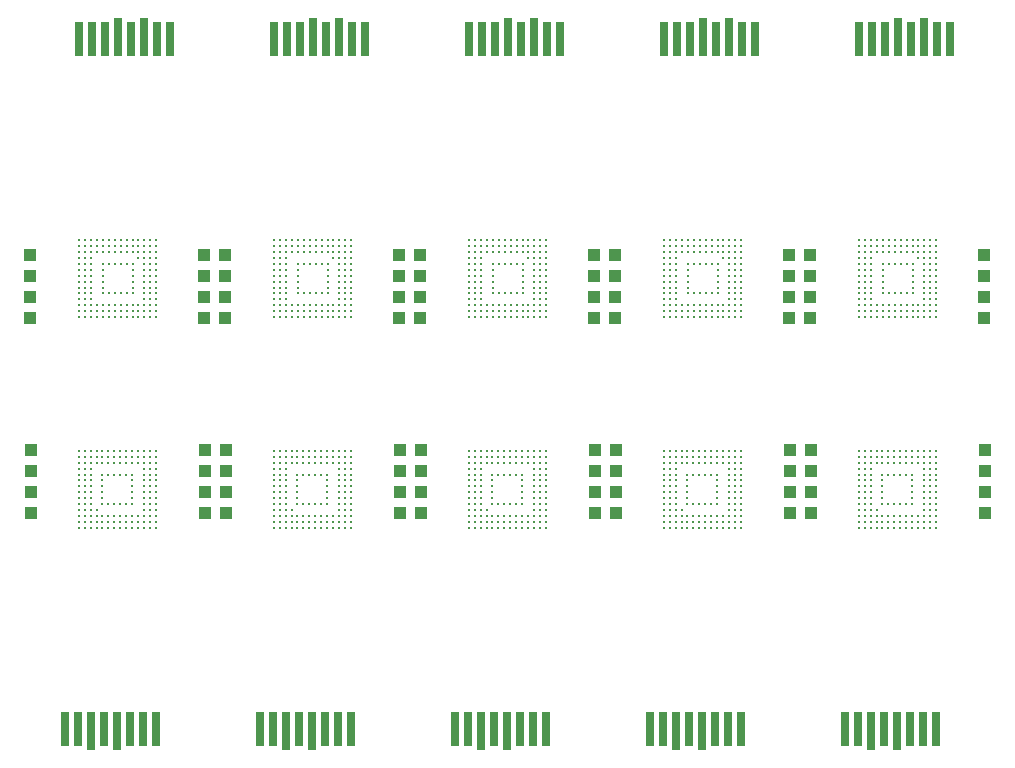
<source format=gtp>
G04 Layer_Color=8421504*
%FSLAX44Y44*%
%MOMM*%
G71*
G01*
G75*
%ADD10R,1.0000X1.0000*%
%ADD11R,0.8000X2.9000*%
%ADD12R,0.8000X3.2000*%
%ADD13C,0.2500*%
D10*
X203972Y425680D02*
D03*
Y443650D02*
D03*
X56522Y461450D02*
D03*
Y479420D02*
D03*
X56702Y443810D02*
D03*
Y425840D02*
D03*
X203972Y479400D02*
D03*
Y461430D02*
D03*
X369072Y425680D02*
D03*
Y443650D02*
D03*
X221622Y461450D02*
D03*
Y479420D02*
D03*
X221802Y443810D02*
D03*
Y425840D02*
D03*
X369072Y479400D02*
D03*
Y461430D02*
D03*
X534172Y425680D02*
D03*
Y443650D02*
D03*
X386722Y461450D02*
D03*
Y479420D02*
D03*
X386902Y443810D02*
D03*
Y425840D02*
D03*
X534172Y479400D02*
D03*
Y461430D02*
D03*
X699272Y425680D02*
D03*
Y443650D02*
D03*
X551822Y461450D02*
D03*
Y479420D02*
D03*
X552002Y443810D02*
D03*
Y425840D02*
D03*
X699272Y479400D02*
D03*
Y461430D02*
D03*
X864372Y425680D02*
D03*
Y443650D02*
D03*
X716922Y461450D02*
D03*
Y479420D02*
D03*
X717102Y443810D02*
D03*
Y425840D02*
D03*
X864372Y479400D02*
D03*
Y461430D02*
D03*
X717472Y314400D02*
D03*
Y296430D02*
D03*
X864922Y278630D02*
D03*
Y260660D02*
D03*
X864742Y296270D02*
D03*
Y314240D02*
D03*
X717472Y260680D02*
D03*
Y278650D02*
D03*
X552372Y314400D02*
D03*
Y296430D02*
D03*
X699822Y278630D02*
D03*
Y260660D02*
D03*
X699642Y296270D02*
D03*
Y314240D02*
D03*
X552372Y260680D02*
D03*
Y278650D02*
D03*
X387272Y314400D02*
D03*
Y296430D02*
D03*
X534722Y278630D02*
D03*
Y260660D02*
D03*
X534542Y296270D02*
D03*
Y314240D02*
D03*
X387272Y260680D02*
D03*
Y278650D02*
D03*
X222172Y314400D02*
D03*
Y296430D02*
D03*
X369622Y278630D02*
D03*
Y260660D02*
D03*
X369442Y296270D02*
D03*
Y314240D02*
D03*
X222172Y260680D02*
D03*
Y278650D02*
D03*
X57072Y314400D02*
D03*
Y296430D02*
D03*
X204522Y278630D02*
D03*
Y260660D02*
D03*
X204342Y296270D02*
D03*
Y314240D02*
D03*
X57072Y260680D02*
D03*
Y278650D02*
D03*
D11*
X98232Y662150D02*
D03*
X109232D02*
D03*
X120232D02*
D03*
X142232D02*
D03*
X164232D02*
D03*
X175232D02*
D03*
X263332D02*
D03*
X274332D02*
D03*
X285332D02*
D03*
X307332D02*
D03*
X329332D02*
D03*
X340332D02*
D03*
X428432D02*
D03*
X439432D02*
D03*
X450432D02*
D03*
X472432D02*
D03*
X494432D02*
D03*
X505432D02*
D03*
X593532D02*
D03*
X604532D02*
D03*
X615532D02*
D03*
X637532D02*
D03*
X659532D02*
D03*
X670532D02*
D03*
X758632D02*
D03*
X769632D02*
D03*
X780632D02*
D03*
X802632D02*
D03*
X824632D02*
D03*
X835632D02*
D03*
X823212Y77930D02*
D03*
X812212D02*
D03*
X801212D02*
D03*
X779212D02*
D03*
X757212D02*
D03*
X746212D02*
D03*
X658112D02*
D03*
X647112D02*
D03*
X636112D02*
D03*
X614112D02*
D03*
X592112D02*
D03*
X581112D02*
D03*
X493012D02*
D03*
X482012D02*
D03*
X471012D02*
D03*
X449012D02*
D03*
X427012D02*
D03*
X416012D02*
D03*
X327912D02*
D03*
X316912D02*
D03*
X305912D02*
D03*
X283912D02*
D03*
X261912D02*
D03*
X250912D02*
D03*
X162812D02*
D03*
X151812D02*
D03*
X140812D02*
D03*
X118812D02*
D03*
X96812D02*
D03*
X85812D02*
D03*
D12*
X131232Y663650D02*
D03*
X153232D02*
D03*
X296332D02*
D03*
X318332D02*
D03*
X461432D02*
D03*
X483432D02*
D03*
X626532D02*
D03*
X648532D02*
D03*
X791632D02*
D03*
X813632D02*
D03*
X790212Y76430D02*
D03*
X768212D02*
D03*
X625112D02*
D03*
X603112D02*
D03*
X460012D02*
D03*
X438012D02*
D03*
X294912D02*
D03*
X272912D02*
D03*
X129812D02*
D03*
X107812D02*
D03*
D13*
X163268Y491694D02*
D03*
Y486694D02*
D03*
Y481694D02*
D03*
Y476694D02*
D03*
Y471694D02*
D03*
Y466694D02*
D03*
Y461694D02*
D03*
Y456694D02*
D03*
Y451694D02*
D03*
Y446694D02*
D03*
Y441694D02*
D03*
Y436694D02*
D03*
Y431694D02*
D03*
Y426694D02*
D03*
X158268Y491694D02*
D03*
Y486694D02*
D03*
Y481694D02*
D03*
Y476694D02*
D03*
Y471694D02*
D03*
Y466694D02*
D03*
Y461694D02*
D03*
Y456694D02*
D03*
Y451694D02*
D03*
Y446694D02*
D03*
Y441694D02*
D03*
Y436694D02*
D03*
Y431694D02*
D03*
Y426694D02*
D03*
X153268Y491694D02*
D03*
Y486694D02*
D03*
Y481694D02*
D03*
Y476694D02*
D03*
Y471694D02*
D03*
Y466694D02*
D03*
Y461694D02*
D03*
Y456694D02*
D03*
Y451694D02*
D03*
Y446694D02*
D03*
Y441694D02*
D03*
Y436694D02*
D03*
Y431694D02*
D03*
Y426694D02*
D03*
X148268Y491694D02*
D03*
Y486694D02*
D03*
Y481694D02*
D03*
Y476694D02*
D03*
Y436694D02*
D03*
Y431694D02*
D03*
Y426694D02*
D03*
X143268Y491694D02*
D03*
Y486694D02*
D03*
Y481694D02*
D03*
Y471694D02*
D03*
Y466694D02*
D03*
Y461694D02*
D03*
Y456694D02*
D03*
Y451694D02*
D03*
Y446694D02*
D03*
Y436694D02*
D03*
Y431694D02*
D03*
Y426694D02*
D03*
X138268Y491694D02*
D03*
Y486694D02*
D03*
Y481694D02*
D03*
Y471694D02*
D03*
Y446694D02*
D03*
Y436694D02*
D03*
Y431694D02*
D03*
Y426694D02*
D03*
X133268Y491694D02*
D03*
Y486694D02*
D03*
Y481694D02*
D03*
Y471694D02*
D03*
Y446694D02*
D03*
Y436694D02*
D03*
Y431694D02*
D03*
Y426694D02*
D03*
X128268Y491694D02*
D03*
Y486694D02*
D03*
Y481694D02*
D03*
Y471694D02*
D03*
Y446694D02*
D03*
Y436694D02*
D03*
Y431694D02*
D03*
Y426694D02*
D03*
X123268Y491694D02*
D03*
Y486694D02*
D03*
Y481694D02*
D03*
Y471694D02*
D03*
Y446694D02*
D03*
Y436694D02*
D03*
Y431694D02*
D03*
Y426694D02*
D03*
X118268Y491694D02*
D03*
Y486694D02*
D03*
Y481694D02*
D03*
Y471694D02*
D03*
Y466694D02*
D03*
Y461694D02*
D03*
Y456694D02*
D03*
Y451694D02*
D03*
Y446694D02*
D03*
Y436694D02*
D03*
Y431694D02*
D03*
Y426694D02*
D03*
X113268Y491694D02*
D03*
Y486694D02*
D03*
Y481694D02*
D03*
Y436694D02*
D03*
Y431694D02*
D03*
Y426694D02*
D03*
X108268Y491694D02*
D03*
Y486694D02*
D03*
Y481694D02*
D03*
Y476694D02*
D03*
Y471694D02*
D03*
Y466694D02*
D03*
Y461694D02*
D03*
Y456694D02*
D03*
Y451694D02*
D03*
Y446694D02*
D03*
Y441694D02*
D03*
Y436694D02*
D03*
Y431694D02*
D03*
Y426694D02*
D03*
X103268Y491694D02*
D03*
Y486694D02*
D03*
Y481694D02*
D03*
Y476694D02*
D03*
Y471694D02*
D03*
Y466694D02*
D03*
Y461694D02*
D03*
Y456694D02*
D03*
Y451694D02*
D03*
Y446694D02*
D03*
Y441694D02*
D03*
Y436694D02*
D03*
Y431694D02*
D03*
Y426694D02*
D03*
X98268Y491694D02*
D03*
Y486694D02*
D03*
Y481694D02*
D03*
Y476694D02*
D03*
Y471694D02*
D03*
Y466694D02*
D03*
Y461694D02*
D03*
Y456694D02*
D03*
Y451694D02*
D03*
Y446694D02*
D03*
Y441694D02*
D03*
Y436694D02*
D03*
Y431694D02*
D03*
Y426694D02*
D03*
X328368Y491694D02*
D03*
Y486694D02*
D03*
Y481694D02*
D03*
Y476694D02*
D03*
Y471694D02*
D03*
Y466694D02*
D03*
Y461694D02*
D03*
Y456694D02*
D03*
Y451694D02*
D03*
Y446694D02*
D03*
Y441694D02*
D03*
Y436694D02*
D03*
Y431694D02*
D03*
Y426694D02*
D03*
X323368Y491694D02*
D03*
Y486694D02*
D03*
Y481694D02*
D03*
Y476694D02*
D03*
Y471694D02*
D03*
Y466694D02*
D03*
Y461694D02*
D03*
Y456694D02*
D03*
Y451694D02*
D03*
Y446694D02*
D03*
Y441694D02*
D03*
Y436694D02*
D03*
Y431694D02*
D03*
Y426694D02*
D03*
X318368Y491694D02*
D03*
Y486694D02*
D03*
Y481694D02*
D03*
Y476694D02*
D03*
Y471694D02*
D03*
Y466694D02*
D03*
Y461694D02*
D03*
Y456694D02*
D03*
Y451694D02*
D03*
Y446694D02*
D03*
Y441694D02*
D03*
Y436694D02*
D03*
Y431694D02*
D03*
Y426694D02*
D03*
X313368Y491694D02*
D03*
Y486694D02*
D03*
Y481694D02*
D03*
Y476694D02*
D03*
Y436694D02*
D03*
Y431694D02*
D03*
Y426694D02*
D03*
X308368Y491694D02*
D03*
Y486694D02*
D03*
Y481694D02*
D03*
Y471694D02*
D03*
Y466694D02*
D03*
Y461694D02*
D03*
Y456694D02*
D03*
Y451694D02*
D03*
Y446694D02*
D03*
Y436694D02*
D03*
Y431694D02*
D03*
Y426694D02*
D03*
X303368Y491694D02*
D03*
Y486694D02*
D03*
Y481694D02*
D03*
Y471694D02*
D03*
Y446694D02*
D03*
Y436694D02*
D03*
Y431694D02*
D03*
Y426694D02*
D03*
X298368Y491694D02*
D03*
Y486694D02*
D03*
Y481694D02*
D03*
Y471694D02*
D03*
Y446694D02*
D03*
Y436694D02*
D03*
Y431694D02*
D03*
Y426694D02*
D03*
X293368Y491694D02*
D03*
Y486694D02*
D03*
Y481694D02*
D03*
Y471694D02*
D03*
Y446694D02*
D03*
Y436694D02*
D03*
Y431694D02*
D03*
Y426694D02*
D03*
X288368Y491694D02*
D03*
Y486694D02*
D03*
Y481694D02*
D03*
Y471694D02*
D03*
Y446694D02*
D03*
Y436694D02*
D03*
Y431694D02*
D03*
Y426694D02*
D03*
X283368Y491694D02*
D03*
Y486694D02*
D03*
Y481694D02*
D03*
Y471694D02*
D03*
Y466694D02*
D03*
Y461694D02*
D03*
Y456694D02*
D03*
Y451694D02*
D03*
Y446694D02*
D03*
Y436694D02*
D03*
Y431694D02*
D03*
Y426694D02*
D03*
X278368Y491694D02*
D03*
Y486694D02*
D03*
Y481694D02*
D03*
Y436694D02*
D03*
Y431694D02*
D03*
Y426694D02*
D03*
X273368Y491694D02*
D03*
Y486694D02*
D03*
Y481694D02*
D03*
Y476694D02*
D03*
Y471694D02*
D03*
Y466694D02*
D03*
Y461694D02*
D03*
Y456694D02*
D03*
Y451694D02*
D03*
Y446694D02*
D03*
Y441694D02*
D03*
Y436694D02*
D03*
Y431694D02*
D03*
Y426694D02*
D03*
X268368Y491694D02*
D03*
Y486694D02*
D03*
Y481694D02*
D03*
Y476694D02*
D03*
Y471694D02*
D03*
Y466694D02*
D03*
Y461694D02*
D03*
Y456694D02*
D03*
Y451694D02*
D03*
Y446694D02*
D03*
Y441694D02*
D03*
Y436694D02*
D03*
Y431694D02*
D03*
Y426694D02*
D03*
X263368Y491694D02*
D03*
Y486694D02*
D03*
Y481694D02*
D03*
Y476694D02*
D03*
Y471694D02*
D03*
Y466694D02*
D03*
Y461694D02*
D03*
Y456694D02*
D03*
Y451694D02*
D03*
Y446694D02*
D03*
Y441694D02*
D03*
Y436694D02*
D03*
Y431694D02*
D03*
Y426694D02*
D03*
X493468Y491694D02*
D03*
Y486694D02*
D03*
Y481694D02*
D03*
Y476694D02*
D03*
Y471694D02*
D03*
Y466694D02*
D03*
Y461694D02*
D03*
Y456694D02*
D03*
Y451694D02*
D03*
Y446694D02*
D03*
Y441694D02*
D03*
Y436694D02*
D03*
Y431694D02*
D03*
Y426694D02*
D03*
X488468Y491694D02*
D03*
Y486694D02*
D03*
Y481694D02*
D03*
Y476694D02*
D03*
Y471694D02*
D03*
Y466694D02*
D03*
Y461694D02*
D03*
Y456694D02*
D03*
Y451694D02*
D03*
Y446694D02*
D03*
Y441694D02*
D03*
Y436694D02*
D03*
Y431694D02*
D03*
Y426694D02*
D03*
X483468Y491694D02*
D03*
Y486694D02*
D03*
Y481694D02*
D03*
Y476694D02*
D03*
Y471694D02*
D03*
Y466694D02*
D03*
Y461694D02*
D03*
Y456694D02*
D03*
Y451694D02*
D03*
Y446694D02*
D03*
Y441694D02*
D03*
Y436694D02*
D03*
Y431694D02*
D03*
Y426694D02*
D03*
X478468Y491694D02*
D03*
Y486694D02*
D03*
Y481694D02*
D03*
Y476694D02*
D03*
Y436694D02*
D03*
Y431694D02*
D03*
Y426694D02*
D03*
X473468Y491694D02*
D03*
Y486694D02*
D03*
Y481694D02*
D03*
Y471694D02*
D03*
Y466694D02*
D03*
Y461694D02*
D03*
Y456694D02*
D03*
Y451694D02*
D03*
Y446694D02*
D03*
Y436694D02*
D03*
Y431694D02*
D03*
Y426694D02*
D03*
X468468Y491694D02*
D03*
Y486694D02*
D03*
Y481694D02*
D03*
Y471694D02*
D03*
Y446694D02*
D03*
Y436694D02*
D03*
Y431694D02*
D03*
Y426694D02*
D03*
X463468Y491694D02*
D03*
Y486694D02*
D03*
Y481694D02*
D03*
Y471694D02*
D03*
Y446694D02*
D03*
Y436694D02*
D03*
Y431694D02*
D03*
Y426694D02*
D03*
X458468Y491694D02*
D03*
Y486694D02*
D03*
Y481694D02*
D03*
Y471694D02*
D03*
Y446694D02*
D03*
Y436694D02*
D03*
Y431694D02*
D03*
Y426694D02*
D03*
X453468Y491694D02*
D03*
Y486694D02*
D03*
Y481694D02*
D03*
Y471694D02*
D03*
Y446694D02*
D03*
Y436694D02*
D03*
Y431694D02*
D03*
Y426694D02*
D03*
X448468Y491694D02*
D03*
Y486694D02*
D03*
Y481694D02*
D03*
Y471694D02*
D03*
Y466694D02*
D03*
Y461694D02*
D03*
Y456694D02*
D03*
Y451694D02*
D03*
Y446694D02*
D03*
Y436694D02*
D03*
Y431694D02*
D03*
Y426694D02*
D03*
X443468Y491694D02*
D03*
Y486694D02*
D03*
Y481694D02*
D03*
Y436694D02*
D03*
Y431694D02*
D03*
Y426694D02*
D03*
X438468Y491694D02*
D03*
Y486694D02*
D03*
Y481694D02*
D03*
Y476694D02*
D03*
Y471694D02*
D03*
Y466694D02*
D03*
Y461694D02*
D03*
Y456694D02*
D03*
Y451694D02*
D03*
Y446694D02*
D03*
Y441694D02*
D03*
Y436694D02*
D03*
Y431694D02*
D03*
Y426694D02*
D03*
X433468Y491694D02*
D03*
Y486694D02*
D03*
Y481694D02*
D03*
Y476694D02*
D03*
Y471694D02*
D03*
Y466694D02*
D03*
Y461694D02*
D03*
Y456694D02*
D03*
Y451694D02*
D03*
Y446694D02*
D03*
Y441694D02*
D03*
Y436694D02*
D03*
Y431694D02*
D03*
Y426694D02*
D03*
X428468Y491694D02*
D03*
Y486694D02*
D03*
Y481694D02*
D03*
Y476694D02*
D03*
Y471694D02*
D03*
Y466694D02*
D03*
Y461694D02*
D03*
Y456694D02*
D03*
Y451694D02*
D03*
Y446694D02*
D03*
Y441694D02*
D03*
Y436694D02*
D03*
Y431694D02*
D03*
Y426694D02*
D03*
X658568Y491694D02*
D03*
Y486694D02*
D03*
Y481694D02*
D03*
Y476694D02*
D03*
Y471694D02*
D03*
Y466694D02*
D03*
Y461694D02*
D03*
Y456694D02*
D03*
Y451694D02*
D03*
Y446694D02*
D03*
Y441694D02*
D03*
Y436694D02*
D03*
Y431694D02*
D03*
Y426694D02*
D03*
X653568Y491694D02*
D03*
Y486694D02*
D03*
Y481694D02*
D03*
Y476694D02*
D03*
Y471694D02*
D03*
Y466694D02*
D03*
Y461694D02*
D03*
Y456694D02*
D03*
Y451694D02*
D03*
Y446694D02*
D03*
Y441694D02*
D03*
Y436694D02*
D03*
Y431694D02*
D03*
Y426694D02*
D03*
X648568Y491694D02*
D03*
Y486694D02*
D03*
Y481694D02*
D03*
Y476694D02*
D03*
Y471694D02*
D03*
Y466694D02*
D03*
Y461694D02*
D03*
Y456694D02*
D03*
Y451694D02*
D03*
Y446694D02*
D03*
Y441694D02*
D03*
Y436694D02*
D03*
Y431694D02*
D03*
Y426694D02*
D03*
X643568Y491694D02*
D03*
Y486694D02*
D03*
Y481694D02*
D03*
Y476694D02*
D03*
Y436694D02*
D03*
Y431694D02*
D03*
Y426694D02*
D03*
X638568Y491694D02*
D03*
Y486694D02*
D03*
Y481694D02*
D03*
Y471694D02*
D03*
Y466694D02*
D03*
Y461694D02*
D03*
Y456694D02*
D03*
Y451694D02*
D03*
Y446694D02*
D03*
Y436694D02*
D03*
Y431694D02*
D03*
Y426694D02*
D03*
X633568Y491694D02*
D03*
Y486694D02*
D03*
Y481694D02*
D03*
Y471694D02*
D03*
Y446694D02*
D03*
Y436694D02*
D03*
Y431694D02*
D03*
Y426694D02*
D03*
X628568Y491694D02*
D03*
Y486694D02*
D03*
Y481694D02*
D03*
Y471694D02*
D03*
Y446694D02*
D03*
Y436694D02*
D03*
Y431694D02*
D03*
Y426694D02*
D03*
X623568Y491694D02*
D03*
Y486694D02*
D03*
Y481694D02*
D03*
Y471694D02*
D03*
Y446694D02*
D03*
Y436694D02*
D03*
Y431694D02*
D03*
Y426694D02*
D03*
X618568Y491694D02*
D03*
Y486694D02*
D03*
Y481694D02*
D03*
Y471694D02*
D03*
Y446694D02*
D03*
Y436694D02*
D03*
Y431694D02*
D03*
Y426694D02*
D03*
X613568Y491694D02*
D03*
Y486694D02*
D03*
Y481694D02*
D03*
Y471694D02*
D03*
Y466694D02*
D03*
Y461694D02*
D03*
Y456694D02*
D03*
Y451694D02*
D03*
Y446694D02*
D03*
Y436694D02*
D03*
Y431694D02*
D03*
Y426694D02*
D03*
X608568Y491694D02*
D03*
Y486694D02*
D03*
Y481694D02*
D03*
Y436694D02*
D03*
Y431694D02*
D03*
Y426694D02*
D03*
X603568Y491694D02*
D03*
Y486694D02*
D03*
Y481694D02*
D03*
Y476694D02*
D03*
Y471694D02*
D03*
Y466694D02*
D03*
Y461694D02*
D03*
Y456694D02*
D03*
Y451694D02*
D03*
Y446694D02*
D03*
Y441694D02*
D03*
Y436694D02*
D03*
Y431694D02*
D03*
Y426694D02*
D03*
X598568Y491694D02*
D03*
Y486694D02*
D03*
Y481694D02*
D03*
Y476694D02*
D03*
Y471694D02*
D03*
Y466694D02*
D03*
Y461694D02*
D03*
Y456694D02*
D03*
Y451694D02*
D03*
Y446694D02*
D03*
Y441694D02*
D03*
Y436694D02*
D03*
Y431694D02*
D03*
Y426694D02*
D03*
X593568Y491694D02*
D03*
Y486694D02*
D03*
Y481694D02*
D03*
Y476694D02*
D03*
Y471694D02*
D03*
Y466694D02*
D03*
Y461694D02*
D03*
Y456694D02*
D03*
Y451694D02*
D03*
Y446694D02*
D03*
Y441694D02*
D03*
Y436694D02*
D03*
Y431694D02*
D03*
Y426694D02*
D03*
X823668Y491694D02*
D03*
Y486694D02*
D03*
Y481694D02*
D03*
Y476694D02*
D03*
Y471694D02*
D03*
Y466694D02*
D03*
Y461694D02*
D03*
Y456694D02*
D03*
Y451694D02*
D03*
Y446694D02*
D03*
Y441694D02*
D03*
Y436694D02*
D03*
Y431694D02*
D03*
Y426694D02*
D03*
X818668Y491694D02*
D03*
Y486694D02*
D03*
Y481694D02*
D03*
Y476694D02*
D03*
Y471694D02*
D03*
Y466694D02*
D03*
Y461694D02*
D03*
Y456694D02*
D03*
Y451694D02*
D03*
Y446694D02*
D03*
Y441694D02*
D03*
Y436694D02*
D03*
Y431694D02*
D03*
Y426694D02*
D03*
X813668Y491694D02*
D03*
Y486694D02*
D03*
Y481694D02*
D03*
Y476694D02*
D03*
Y471694D02*
D03*
Y466694D02*
D03*
Y461694D02*
D03*
Y456694D02*
D03*
Y451694D02*
D03*
Y446694D02*
D03*
Y441694D02*
D03*
Y436694D02*
D03*
Y431694D02*
D03*
Y426694D02*
D03*
X808668Y491694D02*
D03*
Y486694D02*
D03*
Y481694D02*
D03*
Y476694D02*
D03*
Y436694D02*
D03*
Y431694D02*
D03*
Y426694D02*
D03*
X803668Y491694D02*
D03*
Y486694D02*
D03*
Y481694D02*
D03*
Y471694D02*
D03*
Y466694D02*
D03*
Y461694D02*
D03*
Y456694D02*
D03*
Y451694D02*
D03*
Y446694D02*
D03*
Y436694D02*
D03*
Y431694D02*
D03*
Y426694D02*
D03*
X798668Y491694D02*
D03*
Y486694D02*
D03*
Y481694D02*
D03*
Y471694D02*
D03*
Y446694D02*
D03*
Y436694D02*
D03*
Y431694D02*
D03*
Y426694D02*
D03*
X793668Y491694D02*
D03*
Y486694D02*
D03*
Y481694D02*
D03*
Y471694D02*
D03*
Y446694D02*
D03*
Y436694D02*
D03*
Y431694D02*
D03*
Y426694D02*
D03*
X788668Y491694D02*
D03*
Y486694D02*
D03*
Y481694D02*
D03*
Y471694D02*
D03*
Y446694D02*
D03*
Y436694D02*
D03*
Y431694D02*
D03*
Y426694D02*
D03*
X783668Y491694D02*
D03*
Y486694D02*
D03*
Y481694D02*
D03*
Y471694D02*
D03*
Y446694D02*
D03*
Y436694D02*
D03*
Y431694D02*
D03*
Y426694D02*
D03*
X778668Y491694D02*
D03*
Y486694D02*
D03*
Y481694D02*
D03*
Y471694D02*
D03*
Y466694D02*
D03*
Y461694D02*
D03*
Y456694D02*
D03*
Y451694D02*
D03*
Y446694D02*
D03*
Y436694D02*
D03*
Y431694D02*
D03*
Y426694D02*
D03*
X773668Y491694D02*
D03*
Y486694D02*
D03*
Y481694D02*
D03*
Y436694D02*
D03*
Y431694D02*
D03*
Y426694D02*
D03*
X768668Y491694D02*
D03*
Y486694D02*
D03*
Y481694D02*
D03*
Y476694D02*
D03*
Y471694D02*
D03*
Y466694D02*
D03*
Y461694D02*
D03*
Y456694D02*
D03*
Y451694D02*
D03*
Y446694D02*
D03*
Y441694D02*
D03*
Y436694D02*
D03*
Y431694D02*
D03*
Y426694D02*
D03*
X763668Y491694D02*
D03*
Y486694D02*
D03*
Y481694D02*
D03*
Y476694D02*
D03*
Y471694D02*
D03*
Y466694D02*
D03*
Y461694D02*
D03*
Y456694D02*
D03*
Y451694D02*
D03*
Y446694D02*
D03*
Y441694D02*
D03*
Y436694D02*
D03*
Y431694D02*
D03*
Y426694D02*
D03*
X758668Y491694D02*
D03*
Y486694D02*
D03*
Y481694D02*
D03*
Y476694D02*
D03*
Y471694D02*
D03*
Y466694D02*
D03*
Y461694D02*
D03*
Y456694D02*
D03*
Y451694D02*
D03*
Y446694D02*
D03*
Y441694D02*
D03*
Y436694D02*
D03*
Y431694D02*
D03*
Y426694D02*
D03*
X758176Y248386D02*
D03*
Y253386D02*
D03*
Y258386D02*
D03*
Y263386D02*
D03*
Y268386D02*
D03*
Y273386D02*
D03*
Y278386D02*
D03*
Y283386D02*
D03*
Y288386D02*
D03*
Y293386D02*
D03*
Y298386D02*
D03*
Y303386D02*
D03*
Y308386D02*
D03*
Y313386D02*
D03*
X763176Y248386D02*
D03*
Y253386D02*
D03*
Y258386D02*
D03*
Y263386D02*
D03*
Y268386D02*
D03*
Y273386D02*
D03*
Y278386D02*
D03*
Y283386D02*
D03*
Y288386D02*
D03*
Y293386D02*
D03*
Y298386D02*
D03*
Y303386D02*
D03*
Y308386D02*
D03*
Y313386D02*
D03*
X768176Y248386D02*
D03*
Y253386D02*
D03*
Y258386D02*
D03*
Y263386D02*
D03*
Y268386D02*
D03*
Y273386D02*
D03*
Y278386D02*
D03*
Y283386D02*
D03*
Y288386D02*
D03*
Y293386D02*
D03*
Y298386D02*
D03*
Y303386D02*
D03*
Y308386D02*
D03*
Y313386D02*
D03*
X773176Y248386D02*
D03*
Y253386D02*
D03*
Y258386D02*
D03*
Y263386D02*
D03*
Y303386D02*
D03*
Y308386D02*
D03*
Y313386D02*
D03*
X778176Y248386D02*
D03*
Y253386D02*
D03*
Y258386D02*
D03*
Y268386D02*
D03*
Y273386D02*
D03*
Y278386D02*
D03*
Y283386D02*
D03*
Y288386D02*
D03*
Y293386D02*
D03*
Y303386D02*
D03*
Y308386D02*
D03*
Y313386D02*
D03*
X783176Y248386D02*
D03*
Y253386D02*
D03*
Y258386D02*
D03*
Y268386D02*
D03*
Y293386D02*
D03*
Y303386D02*
D03*
Y308386D02*
D03*
Y313386D02*
D03*
X788176Y248386D02*
D03*
Y253386D02*
D03*
Y258386D02*
D03*
Y268386D02*
D03*
Y293386D02*
D03*
Y303386D02*
D03*
Y308386D02*
D03*
Y313386D02*
D03*
X793176Y248386D02*
D03*
Y253386D02*
D03*
Y258386D02*
D03*
Y268386D02*
D03*
Y293386D02*
D03*
Y303386D02*
D03*
Y308386D02*
D03*
Y313386D02*
D03*
X798176Y248386D02*
D03*
Y253386D02*
D03*
Y258386D02*
D03*
Y268386D02*
D03*
Y293386D02*
D03*
Y303386D02*
D03*
Y308386D02*
D03*
Y313386D02*
D03*
X803176Y248386D02*
D03*
Y253386D02*
D03*
Y258386D02*
D03*
Y268386D02*
D03*
Y273386D02*
D03*
Y278386D02*
D03*
Y283386D02*
D03*
Y288386D02*
D03*
Y293386D02*
D03*
Y303386D02*
D03*
Y308386D02*
D03*
Y313386D02*
D03*
X808176Y248386D02*
D03*
Y253386D02*
D03*
Y258386D02*
D03*
Y303386D02*
D03*
Y308386D02*
D03*
Y313386D02*
D03*
X813176Y248386D02*
D03*
Y253386D02*
D03*
Y258386D02*
D03*
Y263386D02*
D03*
Y268386D02*
D03*
Y273386D02*
D03*
Y278386D02*
D03*
Y283386D02*
D03*
Y288386D02*
D03*
Y293386D02*
D03*
Y298386D02*
D03*
Y303386D02*
D03*
Y308386D02*
D03*
Y313386D02*
D03*
X818176Y248386D02*
D03*
Y253386D02*
D03*
Y258386D02*
D03*
Y263386D02*
D03*
Y268386D02*
D03*
Y273386D02*
D03*
Y278386D02*
D03*
Y283386D02*
D03*
Y288386D02*
D03*
Y293386D02*
D03*
Y298386D02*
D03*
Y303386D02*
D03*
Y308386D02*
D03*
Y313386D02*
D03*
X823176Y248386D02*
D03*
Y253386D02*
D03*
Y258386D02*
D03*
Y263386D02*
D03*
Y268386D02*
D03*
Y273386D02*
D03*
Y278386D02*
D03*
Y283386D02*
D03*
Y288386D02*
D03*
Y293386D02*
D03*
Y298386D02*
D03*
Y303386D02*
D03*
Y308386D02*
D03*
Y313386D02*
D03*
X593076Y248386D02*
D03*
Y253386D02*
D03*
Y258386D02*
D03*
Y263386D02*
D03*
Y268386D02*
D03*
Y273386D02*
D03*
Y278386D02*
D03*
Y283386D02*
D03*
Y288386D02*
D03*
Y293386D02*
D03*
Y298386D02*
D03*
Y303386D02*
D03*
Y308386D02*
D03*
Y313386D02*
D03*
X598076Y248386D02*
D03*
Y253386D02*
D03*
Y258386D02*
D03*
Y263386D02*
D03*
Y268386D02*
D03*
Y273386D02*
D03*
Y278386D02*
D03*
Y283386D02*
D03*
Y288386D02*
D03*
Y293386D02*
D03*
Y298386D02*
D03*
Y303386D02*
D03*
Y308386D02*
D03*
Y313386D02*
D03*
X603076Y248386D02*
D03*
Y253386D02*
D03*
Y258386D02*
D03*
Y263386D02*
D03*
Y268386D02*
D03*
Y273386D02*
D03*
Y278386D02*
D03*
Y283386D02*
D03*
Y288386D02*
D03*
Y293386D02*
D03*
Y298386D02*
D03*
Y303386D02*
D03*
Y308386D02*
D03*
Y313386D02*
D03*
X608076Y248386D02*
D03*
Y253386D02*
D03*
Y258386D02*
D03*
Y263386D02*
D03*
Y303386D02*
D03*
Y308386D02*
D03*
Y313386D02*
D03*
X613076Y248386D02*
D03*
Y253386D02*
D03*
Y258386D02*
D03*
Y268386D02*
D03*
Y273386D02*
D03*
Y278386D02*
D03*
Y283386D02*
D03*
Y288386D02*
D03*
Y293386D02*
D03*
Y303386D02*
D03*
Y308386D02*
D03*
Y313386D02*
D03*
X618076Y248386D02*
D03*
Y253386D02*
D03*
Y258386D02*
D03*
Y268386D02*
D03*
Y293386D02*
D03*
Y303386D02*
D03*
Y308386D02*
D03*
Y313386D02*
D03*
X623076Y248386D02*
D03*
Y253386D02*
D03*
Y258386D02*
D03*
Y268386D02*
D03*
Y293386D02*
D03*
Y303386D02*
D03*
Y308386D02*
D03*
Y313386D02*
D03*
X628076Y248386D02*
D03*
Y253386D02*
D03*
Y258386D02*
D03*
Y268386D02*
D03*
Y293386D02*
D03*
Y303386D02*
D03*
Y308386D02*
D03*
Y313386D02*
D03*
X633076Y248386D02*
D03*
Y253386D02*
D03*
Y258386D02*
D03*
Y268386D02*
D03*
Y293386D02*
D03*
Y303386D02*
D03*
Y308386D02*
D03*
Y313386D02*
D03*
X638076Y248386D02*
D03*
Y253386D02*
D03*
Y258386D02*
D03*
Y268386D02*
D03*
Y273386D02*
D03*
Y278386D02*
D03*
Y283386D02*
D03*
Y288386D02*
D03*
Y293386D02*
D03*
Y303386D02*
D03*
Y308386D02*
D03*
Y313386D02*
D03*
X643076Y248386D02*
D03*
Y253386D02*
D03*
Y258386D02*
D03*
Y303386D02*
D03*
Y308386D02*
D03*
Y313386D02*
D03*
X648076Y248386D02*
D03*
Y253386D02*
D03*
Y258386D02*
D03*
Y263386D02*
D03*
Y268386D02*
D03*
Y273386D02*
D03*
Y278386D02*
D03*
Y283386D02*
D03*
Y288386D02*
D03*
Y293386D02*
D03*
Y298386D02*
D03*
Y303386D02*
D03*
Y308386D02*
D03*
Y313386D02*
D03*
X653076Y248386D02*
D03*
Y253386D02*
D03*
Y258386D02*
D03*
Y263386D02*
D03*
Y268386D02*
D03*
Y273386D02*
D03*
Y278386D02*
D03*
Y283386D02*
D03*
Y288386D02*
D03*
Y293386D02*
D03*
Y298386D02*
D03*
Y303386D02*
D03*
Y308386D02*
D03*
Y313386D02*
D03*
X658076Y248386D02*
D03*
Y253386D02*
D03*
Y258386D02*
D03*
Y263386D02*
D03*
Y268386D02*
D03*
Y273386D02*
D03*
Y278386D02*
D03*
Y283386D02*
D03*
Y288386D02*
D03*
Y293386D02*
D03*
Y298386D02*
D03*
Y303386D02*
D03*
Y308386D02*
D03*
Y313386D02*
D03*
X427976Y248386D02*
D03*
Y253386D02*
D03*
Y258386D02*
D03*
Y263386D02*
D03*
Y268386D02*
D03*
Y273386D02*
D03*
Y278386D02*
D03*
Y283386D02*
D03*
Y288386D02*
D03*
Y293386D02*
D03*
Y298386D02*
D03*
Y303386D02*
D03*
Y308386D02*
D03*
Y313386D02*
D03*
X432976Y248386D02*
D03*
Y253386D02*
D03*
Y258386D02*
D03*
Y263386D02*
D03*
Y268386D02*
D03*
Y273386D02*
D03*
Y278386D02*
D03*
Y283386D02*
D03*
Y288386D02*
D03*
Y293386D02*
D03*
Y298386D02*
D03*
Y303386D02*
D03*
Y308386D02*
D03*
Y313386D02*
D03*
X437976Y248386D02*
D03*
Y253386D02*
D03*
Y258386D02*
D03*
Y263386D02*
D03*
Y268386D02*
D03*
Y273386D02*
D03*
Y278386D02*
D03*
Y283386D02*
D03*
Y288386D02*
D03*
Y293386D02*
D03*
Y298386D02*
D03*
Y303386D02*
D03*
Y308386D02*
D03*
Y313386D02*
D03*
X442976Y248386D02*
D03*
Y253386D02*
D03*
Y258386D02*
D03*
Y263386D02*
D03*
Y303386D02*
D03*
Y308386D02*
D03*
Y313386D02*
D03*
X447976Y248386D02*
D03*
Y253386D02*
D03*
Y258386D02*
D03*
Y268386D02*
D03*
Y273386D02*
D03*
Y278386D02*
D03*
Y283386D02*
D03*
Y288386D02*
D03*
Y293386D02*
D03*
Y303386D02*
D03*
Y308386D02*
D03*
Y313386D02*
D03*
X452976Y248386D02*
D03*
Y253386D02*
D03*
Y258386D02*
D03*
Y268386D02*
D03*
Y293386D02*
D03*
Y303386D02*
D03*
Y308386D02*
D03*
Y313386D02*
D03*
X457976Y248386D02*
D03*
Y253386D02*
D03*
Y258386D02*
D03*
Y268386D02*
D03*
Y293386D02*
D03*
Y303386D02*
D03*
Y308386D02*
D03*
Y313386D02*
D03*
X462976Y248386D02*
D03*
Y253386D02*
D03*
Y258386D02*
D03*
Y268386D02*
D03*
Y293386D02*
D03*
Y303386D02*
D03*
Y308386D02*
D03*
Y313386D02*
D03*
X467976Y248386D02*
D03*
Y253386D02*
D03*
Y258386D02*
D03*
Y268386D02*
D03*
Y293386D02*
D03*
Y303386D02*
D03*
Y308386D02*
D03*
Y313386D02*
D03*
X472976Y248386D02*
D03*
Y253386D02*
D03*
Y258386D02*
D03*
Y268386D02*
D03*
Y273386D02*
D03*
Y278386D02*
D03*
Y283386D02*
D03*
Y288386D02*
D03*
Y293386D02*
D03*
Y303386D02*
D03*
Y308386D02*
D03*
Y313386D02*
D03*
X477976Y248386D02*
D03*
Y253386D02*
D03*
Y258386D02*
D03*
Y303386D02*
D03*
Y308386D02*
D03*
Y313386D02*
D03*
X482976Y248386D02*
D03*
Y253386D02*
D03*
Y258386D02*
D03*
Y263386D02*
D03*
Y268386D02*
D03*
Y273386D02*
D03*
Y278386D02*
D03*
Y283386D02*
D03*
Y288386D02*
D03*
Y293386D02*
D03*
Y298386D02*
D03*
Y303386D02*
D03*
Y308386D02*
D03*
Y313386D02*
D03*
X487976Y248386D02*
D03*
Y253386D02*
D03*
Y258386D02*
D03*
Y263386D02*
D03*
Y268386D02*
D03*
Y273386D02*
D03*
Y278386D02*
D03*
Y283386D02*
D03*
Y288386D02*
D03*
Y293386D02*
D03*
Y298386D02*
D03*
Y303386D02*
D03*
Y308386D02*
D03*
Y313386D02*
D03*
X492976Y248386D02*
D03*
Y253386D02*
D03*
Y258386D02*
D03*
Y263386D02*
D03*
Y268386D02*
D03*
Y273386D02*
D03*
Y278386D02*
D03*
Y283386D02*
D03*
Y288386D02*
D03*
Y293386D02*
D03*
Y298386D02*
D03*
Y303386D02*
D03*
Y308386D02*
D03*
Y313386D02*
D03*
X262876Y248386D02*
D03*
Y253386D02*
D03*
Y258386D02*
D03*
Y263386D02*
D03*
Y268386D02*
D03*
Y273386D02*
D03*
Y278386D02*
D03*
Y283386D02*
D03*
Y288386D02*
D03*
Y293386D02*
D03*
Y298386D02*
D03*
Y303386D02*
D03*
Y308386D02*
D03*
Y313386D02*
D03*
X267876Y248386D02*
D03*
Y253386D02*
D03*
Y258386D02*
D03*
Y263386D02*
D03*
Y268386D02*
D03*
Y273386D02*
D03*
Y278386D02*
D03*
Y283386D02*
D03*
Y288386D02*
D03*
Y293386D02*
D03*
Y298386D02*
D03*
Y303386D02*
D03*
Y308386D02*
D03*
Y313386D02*
D03*
X272876Y248386D02*
D03*
Y253386D02*
D03*
Y258386D02*
D03*
Y263386D02*
D03*
Y268386D02*
D03*
Y273386D02*
D03*
Y278386D02*
D03*
Y283386D02*
D03*
Y288386D02*
D03*
Y293386D02*
D03*
Y298386D02*
D03*
Y303386D02*
D03*
Y308386D02*
D03*
Y313386D02*
D03*
X277876Y248386D02*
D03*
Y253386D02*
D03*
Y258386D02*
D03*
Y263386D02*
D03*
Y303386D02*
D03*
Y308386D02*
D03*
Y313386D02*
D03*
X282876Y248386D02*
D03*
Y253386D02*
D03*
Y258386D02*
D03*
Y268386D02*
D03*
Y273386D02*
D03*
Y278386D02*
D03*
Y283386D02*
D03*
Y288386D02*
D03*
Y293386D02*
D03*
Y303386D02*
D03*
Y308386D02*
D03*
Y313386D02*
D03*
X287876Y248386D02*
D03*
Y253386D02*
D03*
Y258386D02*
D03*
Y268386D02*
D03*
Y293386D02*
D03*
Y303386D02*
D03*
Y308386D02*
D03*
Y313386D02*
D03*
X292876Y248386D02*
D03*
Y253386D02*
D03*
Y258386D02*
D03*
Y268386D02*
D03*
Y293386D02*
D03*
Y303386D02*
D03*
Y308386D02*
D03*
Y313386D02*
D03*
X297876Y248386D02*
D03*
Y253386D02*
D03*
Y258386D02*
D03*
Y268386D02*
D03*
Y293386D02*
D03*
Y303386D02*
D03*
Y308386D02*
D03*
Y313386D02*
D03*
X302876Y248386D02*
D03*
Y253386D02*
D03*
Y258386D02*
D03*
Y268386D02*
D03*
Y293386D02*
D03*
Y303386D02*
D03*
Y308386D02*
D03*
Y313386D02*
D03*
X307876Y248386D02*
D03*
Y253386D02*
D03*
Y258386D02*
D03*
Y268386D02*
D03*
Y273386D02*
D03*
Y278386D02*
D03*
Y283386D02*
D03*
Y288386D02*
D03*
Y293386D02*
D03*
Y303386D02*
D03*
Y308386D02*
D03*
Y313386D02*
D03*
X312876Y248386D02*
D03*
Y253386D02*
D03*
Y258386D02*
D03*
Y303386D02*
D03*
Y308386D02*
D03*
Y313386D02*
D03*
X317876Y248386D02*
D03*
Y253386D02*
D03*
Y258386D02*
D03*
Y263386D02*
D03*
Y268386D02*
D03*
Y273386D02*
D03*
Y278386D02*
D03*
Y283386D02*
D03*
Y288386D02*
D03*
Y293386D02*
D03*
Y298386D02*
D03*
Y303386D02*
D03*
Y308386D02*
D03*
Y313386D02*
D03*
X322876Y248386D02*
D03*
Y253386D02*
D03*
Y258386D02*
D03*
Y263386D02*
D03*
Y268386D02*
D03*
Y273386D02*
D03*
Y278386D02*
D03*
Y283386D02*
D03*
Y288386D02*
D03*
Y293386D02*
D03*
Y298386D02*
D03*
Y303386D02*
D03*
Y308386D02*
D03*
Y313386D02*
D03*
X327876Y248386D02*
D03*
Y253386D02*
D03*
Y258386D02*
D03*
Y263386D02*
D03*
Y268386D02*
D03*
Y273386D02*
D03*
Y278386D02*
D03*
Y283386D02*
D03*
Y288386D02*
D03*
Y293386D02*
D03*
Y298386D02*
D03*
Y303386D02*
D03*
Y308386D02*
D03*
Y313386D02*
D03*
X97776Y248386D02*
D03*
Y253386D02*
D03*
Y258386D02*
D03*
Y263386D02*
D03*
Y268386D02*
D03*
Y273386D02*
D03*
Y278386D02*
D03*
Y283386D02*
D03*
Y288386D02*
D03*
Y293386D02*
D03*
Y298386D02*
D03*
Y303386D02*
D03*
Y308386D02*
D03*
Y313386D02*
D03*
X102776Y248386D02*
D03*
Y253386D02*
D03*
Y258386D02*
D03*
Y263386D02*
D03*
Y268386D02*
D03*
Y273386D02*
D03*
Y278386D02*
D03*
Y283386D02*
D03*
Y288386D02*
D03*
Y293386D02*
D03*
Y298386D02*
D03*
Y303386D02*
D03*
Y308386D02*
D03*
Y313386D02*
D03*
X107776Y248386D02*
D03*
Y253386D02*
D03*
Y258386D02*
D03*
Y263386D02*
D03*
Y268386D02*
D03*
Y273386D02*
D03*
Y278386D02*
D03*
Y283386D02*
D03*
Y288386D02*
D03*
Y293386D02*
D03*
Y298386D02*
D03*
Y303386D02*
D03*
Y308386D02*
D03*
Y313386D02*
D03*
X112776Y248386D02*
D03*
Y253386D02*
D03*
Y258386D02*
D03*
Y263386D02*
D03*
Y303386D02*
D03*
Y308386D02*
D03*
Y313386D02*
D03*
X117776Y248386D02*
D03*
Y253386D02*
D03*
Y258386D02*
D03*
Y268386D02*
D03*
Y273386D02*
D03*
Y278386D02*
D03*
Y283386D02*
D03*
Y288386D02*
D03*
Y293386D02*
D03*
Y303386D02*
D03*
Y308386D02*
D03*
Y313386D02*
D03*
X122776Y248386D02*
D03*
Y253386D02*
D03*
Y258386D02*
D03*
Y268386D02*
D03*
Y293386D02*
D03*
Y303386D02*
D03*
Y308386D02*
D03*
Y313386D02*
D03*
X127776Y248386D02*
D03*
Y253386D02*
D03*
Y258386D02*
D03*
Y268386D02*
D03*
Y293386D02*
D03*
Y303386D02*
D03*
Y308386D02*
D03*
Y313386D02*
D03*
X132776Y248386D02*
D03*
Y253386D02*
D03*
Y258386D02*
D03*
Y268386D02*
D03*
Y293386D02*
D03*
Y303386D02*
D03*
Y308386D02*
D03*
Y313386D02*
D03*
X137776Y248386D02*
D03*
Y253386D02*
D03*
Y258386D02*
D03*
Y268386D02*
D03*
Y293386D02*
D03*
Y303386D02*
D03*
Y308386D02*
D03*
Y313386D02*
D03*
X142776Y248386D02*
D03*
Y253386D02*
D03*
Y258386D02*
D03*
Y268386D02*
D03*
Y273386D02*
D03*
Y278386D02*
D03*
Y283386D02*
D03*
Y288386D02*
D03*
Y293386D02*
D03*
Y303386D02*
D03*
Y308386D02*
D03*
Y313386D02*
D03*
X147776Y248386D02*
D03*
Y253386D02*
D03*
Y258386D02*
D03*
Y303386D02*
D03*
Y308386D02*
D03*
Y313386D02*
D03*
X152776Y248386D02*
D03*
Y253386D02*
D03*
Y258386D02*
D03*
Y263386D02*
D03*
Y268386D02*
D03*
Y273386D02*
D03*
Y278386D02*
D03*
Y283386D02*
D03*
Y288386D02*
D03*
Y293386D02*
D03*
Y298386D02*
D03*
Y303386D02*
D03*
Y308386D02*
D03*
Y313386D02*
D03*
X157776Y248386D02*
D03*
Y253386D02*
D03*
Y258386D02*
D03*
Y263386D02*
D03*
Y268386D02*
D03*
Y273386D02*
D03*
Y278386D02*
D03*
Y283386D02*
D03*
Y288386D02*
D03*
Y293386D02*
D03*
Y298386D02*
D03*
Y303386D02*
D03*
Y308386D02*
D03*
Y313386D02*
D03*
X162776Y248386D02*
D03*
Y253386D02*
D03*
Y258386D02*
D03*
Y263386D02*
D03*
Y268386D02*
D03*
Y273386D02*
D03*
Y278386D02*
D03*
Y283386D02*
D03*
Y288386D02*
D03*
Y293386D02*
D03*
Y298386D02*
D03*
Y303386D02*
D03*
Y308386D02*
D03*
Y313386D02*
D03*
M02*

</source>
